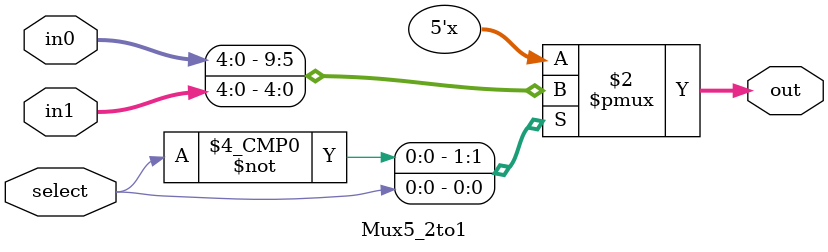
<source format=v>
`timescale 1ns / 1ps

module Mux5_2to1(
    input [4:0] in0,       // Input 0 (rt for I-type)
    input [4:0] in1,       // Input 1 (rd for R-type)
    input select,          // Select signal (RegDst)
    output reg [4:0] out   // Output
    );
    
    always @(*) begin
        case (select)
            1'b0: out = in0;
            1'b1: out = in1;
            default: out = 5'd0;
        endcase
    end
    
endmodule

</source>
